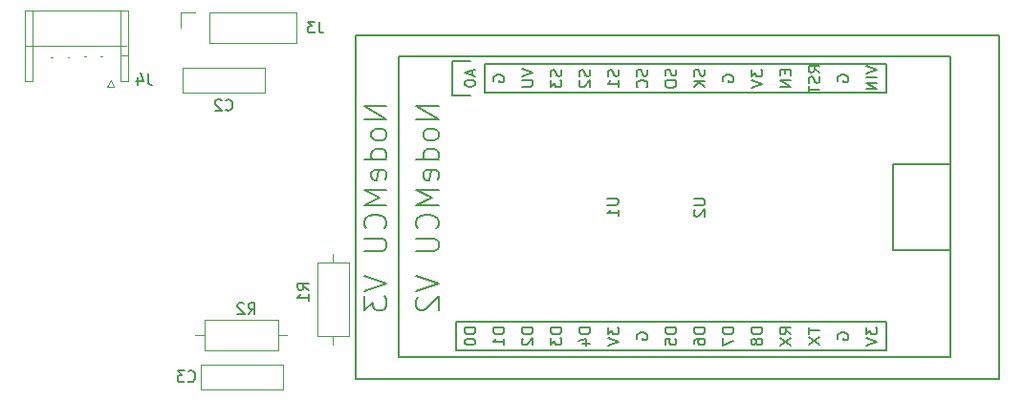
<source format=gbr>
G04 #@! TF.GenerationSoftware,KiCad,Pcbnew,(5.1.4)-1*
G04 #@! TF.CreationDate,2019-11-19T17:41:37+01:00*
G04 #@! TF.ProjectId,DNMS,444e4d53-2e6b-4696-9361-645f70636258,0.9.0*
G04 #@! TF.SameCoordinates,Original*
G04 #@! TF.FileFunction,Legend,Bot*
G04 #@! TF.FilePolarity,Positive*
%FSLAX46Y46*%
G04 Gerber Fmt 4.6, Leading zero omitted, Abs format (unit mm)*
G04 Created by KiCad (PCBNEW (5.1.4)-1) date 2019-11-19 17:41:37*
%MOMM*%
%LPD*%
G04 APERTURE LIST*
%ADD10C,0.120000*%
%ADD11C,0.150000*%
G04 APERTURE END LIST*
D10*
X116976880Y-63090480D02*
X117276880Y-62490480D01*
X117576880Y-63090480D02*
X116976880Y-63090480D01*
X117276880Y-62490480D02*
X117576880Y-63090480D01*
X112126880Y-60450480D02*
X111966880Y-60450480D01*
X109776880Y-59400480D02*
X110096880Y-59400480D01*
X113616880Y-60430480D02*
X113456880Y-60430480D01*
X111956880Y-59400480D02*
X112276880Y-59400480D01*
X112276880Y-59400480D02*
X112596880Y-59400480D01*
X115096880Y-60410480D02*
X114936880Y-60410480D01*
X114456880Y-59400480D02*
X114776880Y-59400480D01*
X114776880Y-59400480D02*
X115096880Y-59400480D01*
X116576880Y-60410480D02*
X116396880Y-60410480D01*
X116956880Y-59400480D02*
X117276880Y-59400480D01*
X117276880Y-59400480D02*
X117596880Y-59400480D01*
X118666880Y-59400480D02*
X109716880Y-59400480D01*
X110366880Y-56300480D02*
X110376880Y-60370480D01*
X118166880Y-60320480D02*
X118806880Y-60320480D01*
X118136880Y-56320480D02*
X118136880Y-60390480D01*
X110376880Y-62530480D02*
X110376880Y-60330480D01*
X109726880Y-62570480D02*
X110376880Y-62570480D01*
X109716880Y-56300480D02*
X109706880Y-62570480D01*
X118836880Y-56300480D02*
X109716880Y-56300480D01*
X118826880Y-62590480D02*
X118826880Y-56300480D01*
X118116880Y-62600480D02*
X118826880Y-62600480D01*
X118116880Y-60350480D02*
X118116880Y-62550480D01*
X132518020Y-89943800D02*
X132518020Y-87703800D01*
X125278020Y-89943800D02*
X125278020Y-87703800D01*
X125278020Y-87703800D02*
X132518020Y-87703800D01*
X125278020Y-89943800D02*
X132518020Y-89943800D01*
X130925440Y-63596380D02*
X130925440Y-61356380D01*
X123685440Y-63596380D02*
X123685440Y-61356380D01*
X123685440Y-61356380D02*
X130925440Y-61356380D01*
X123685440Y-63596380D02*
X130925440Y-63596380D01*
D11*
X195963720Y-89003980D02*
X138963720Y-89003980D01*
X195963720Y-58503980D02*
X195963720Y-89003980D01*
X138963720Y-58503980D02*
X195963720Y-58503980D01*
X138963720Y-59003980D02*
X138963720Y-58503980D01*
X138963720Y-89003980D02*
X138963720Y-59003980D01*
X185938160Y-86433660D02*
X147838160Y-86433660D01*
X147838160Y-86433660D02*
X147838160Y-83893660D01*
X147838160Y-83893660D02*
X185938160Y-83893660D01*
X185938160Y-83893660D02*
X185938160Y-86433660D01*
X147558160Y-60753660D02*
X147558160Y-63853660D01*
X149108160Y-60753660D02*
X147558160Y-60753660D01*
X150378160Y-63573660D02*
X150378160Y-61033660D01*
X147558160Y-63853660D02*
X149108160Y-63853660D01*
X185938160Y-63573660D02*
X150378160Y-63573660D01*
X185938160Y-61033660D02*
X185938160Y-63573660D01*
X150378160Y-61033660D02*
X185938160Y-61033660D01*
X142758160Y-60398660D02*
X142758160Y-87068660D01*
X142758160Y-87068660D02*
X191653160Y-87068660D01*
X191653160Y-87068660D02*
X191653160Y-60398660D01*
X191653160Y-60398660D02*
X142758160Y-60398660D01*
X191653160Y-69923660D02*
X186573160Y-69923660D01*
X186573160Y-69923660D02*
X186573160Y-77543660D01*
X186573160Y-77543660D02*
X191653160Y-77543660D01*
D10*
X132878960Y-85107780D02*
X132108960Y-85107780D01*
X124798960Y-85107780D02*
X125568960Y-85107780D01*
X132108960Y-86477780D02*
X125568960Y-86477780D01*
X132108960Y-83737780D02*
X132108960Y-86477780D01*
X125568960Y-83737780D02*
X132108960Y-83737780D01*
X125568960Y-86477780D02*
X125568960Y-83737780D01*
X136982200Y-77875000D02*
X136982200Y-78645000D01*
X136982200Y-85955000D02*
X136982200Y-85185000D01*
X138352200Y-78645000D02*
X138352200Y-85185000D01*
X135612200Y-78645000D02*
X138352200Y-78645000D01*
X135612200Y-85185000D02*
X135612200Y-78645000D01*
X138352200Y-85185000D02*
X135612200Y-85185000D01*
X123460200Y-56490560D02*
X123460200Y-57820560D01*
X124790200Y-56490560D02*
X123460200Y-56490560D01*
X126060200Y-56490560D02*
X126060200Y-59150560D01*
X126060200Y-59150560D02*
X133740200Y-59150560D01*
X126060200Y-56490560D02*
X133740200Y-56490560D01*
X133740200Y-56490560D02*
X133740200Y-59150560D01*
D11*
X120592173Y-61872880D02*
X120592173Y-62587166D01*
X120639792Y-62730023D01*
X120735030Y-62825261D01*
X120877887Y-62872880D01*
X120973125Y-62872880D01*
X119687411Y-62206214D02*
X119687411Y-62872880D01*
X119925506Y-61825261D02*
X120163601Y-62539547D01*
X119544554Y-62539547D01*
X124151686Y-89153002D02*
X124199305Y-89200621D01*
X124342162Y-89248240D01*
X124437400Y-89248240D01*
X124580258Y-89200621D01*
X124675496Y-89105383D01*
X124723115Y-89010145D01*
X124770734Y-88819669D01*
X124770734Y-88676812D01*
X124723115Y-88486336D01*
X124675496Y-88391098D01*
X124580258Y-88295860D01*
X124437400Y-88248240D01*
X124342162Y-88248240D01*
X124199305Y-88295860D01*
X124151686Y-88343479D01*
X123818353Y-88248240D02*
X123199305Y-88248240D01*
X123532639Y-88629193D01*
X123389781Y-88629193D01*
X123294543Y-88676812D01*
X123246924Y-88724431D01*
X123199305Y-88819669D01*
X123199305Y-89057764D01*
X123246924Y-89153002D01*
X123294543Y-89200621D01*
X123389781Y-89248240D01*
X123675496Y-89248240D01*
X123770734Y-89200621D01*
X123818353Y-89153002D01*
X127472106Y-65083522D02*
X127519725Y-65131141D01*
X127662582Y-65178760D01*
X127757820Y-65178760D01*
X127900678Y-65131141D01*
X127995916Y-65035903D01*
X128043535Y-64940665D01*
X128091154Y-64750189D01*
X128091154Y-64607332D01*
X128043535Y-64416856D01*
X127995916Y-64321618D01*
X127900678Y-64226380D01*
X127757820Y-64178760D01*
X127662582Y-64178760D01*
X127519725Y-64226380D01*
X127472106Y-64273999D01*
X127091154Y-64273999D02*
X127043535Y-64226380D01*
X126948297Y-64178760D01*
X126710201Y-64178760D01*
X126614963Y-64226380D01*
X126567344Y-64273999D01*
X126519725Y-64369237D01*
X126519725Y-64464475D01*
X126567344Y-64607332D01*
X127138773Y-65178760D01*
X126519725Y-65178760D01*
X168916100Y-72992075D02*
X169725624Y-72992075D01*
X169820862Y-73039694D01*
X169868481Y-73087313D01*
X169916100Y-73182551D01*
X169916100Y-73373027D01*
X169868481Y-73468265D01*
X169820862Y-73515884D01*
X169725624Y-73563503D01*
X168916100Y-73563503D01*
X169011339Y-73992075D02*
X168963720Y-74039694D01*
X168916100Y-74134932D01*
X168916100Y-74373027D01*
X168963720Y-74468265D01*
X169011339Y-74515884D01*
X169106577Y-74563503D01*
X169201815Y-74563503D01*
X169344672Y-74515884D01*
X169916100Y-73944456D01*
X169916100Y-74563503D01*
X141707121Y-64789540D02*
X139707121Y-64789540D01*
X141707121Y-65932397D01*
X139707121Y-65932397D01*
X141707121Y-67170492D02*
X141611883Y-66980016D01*
X141516645Y-66884778D01*
X141326169Y-66789540D01*
X140754740Y-66789540D01*
X140564264Y-66884778D01*
X140469026Y-66980016D01*
X140373788Y-67170492D01*
X140373788Y-67456206D01*
X140469026Y-67646682D01*
X140564264Y-67741920D01*
X140754740Y-67837159D01*
X141326169Y-67837159D01*
X141516645Y-67741920D01*
X141611883Y-67646682D01*
X141707121Y-67456206D01*
X141707121Y-67170492D01*
X141707121Y-69551444D02*
X139707121Y-69551444D01*
X141611883Y-69551444D02*
X141707121Y-69360968D01*
X141707121Y-68980016D01*
X141611883Y-68789540D01*
X141516645Y-68694301D01*
X141326169Y-68599063D01*
X140754740Y-68599063D01*
X140564264Y-68694301D01*
X140469026Y-68789540D01*
X140373788Y-68980016D01*
X140373788Y-69360968D01*
X140469026Y-69551444D01*
X141611883Y-71265730D02*
X141707121Y-71075254D01*
X141707121Y-70694301D01*
X141611883Y-70503825D01*
X141421407Y-70408587D01*
X140659502Y-70408587D01*
X140469026Y-70503825D01*
X140373788Y-70694301D01*
X140373788Y-71075254D01*
X140469026Y-71265730D01*
X140659502Y-71360968D01*
X140849979Y-71360968D01*
X141040455Y-70408587D01*
X141707121Y-72218111D02*
X139707121Y-72218111D01*
X141135693Y-72884778D01*
X139707121Y-73551444D01*
X141707121Y-73551444D01*
X141516645Y-75646682D02*
X141611883Y-75551444D01*
X141707121Y-75265730D01*
X141707121Y-75075254D01*
X141611883Y-74789540D01*
X141421407Y-74599063D01*
X141230931Y-74503825D01*
X140849979Y-74408587D01*
X140564264Y-74408587D01*
X140183312Y-74503825D01*
X139992836Y-74599063D01*
X139802360Y-74789540D01*
X139707121Y-75075254D01*
X139707121Y-75265730D01*
X139802360Y-75551444D01*
X139897598Y-75646682D01*
X139707121Y-76503825D02*
X141326169Y-76503825D01*
X141516645Y-76599063D01*
X141611883Y-76694301D01*
X141707121Y-76884778D01*
X141707121Y-77265730D01*
X141611883Y-77456206D01*
X141516645Y-77551444D01*
X141326169Y-77646682D01*
X139707121Y-77646682D01*
X139707121Y-79837159D02*
X141707121Y-80503825D01*
X139707121Y-81170492D01*
X139707121Y-81646682D02*
X139707121Y-82884778D01*
X140469026Y-82218111D01*
X140469026Y-82503825D01*
X140564264Y-82694301D01*
X140659502Y-82789540D01*
X140849979Y-82884778D01*
X141326169Y-82884778D01*
X141516645Y-82789540D01*
X141611883Y-82694301D01*
X141707121Y-82503825D01*
X141707121Y-81932397D01*
X141611883Y-81741920D01*
X141516645Y-81646682D01*
X149596100Y-84445884D02*
X148596100Y-84445884D01*
X148596100Y-84683980D01*
X148643720Y-84826837D01*
X148738958Y-84922075D01*
X148834196Y-84969694D01*
X149024672Y-85017313D01*
X149167529Y-85017313D01*
X149358005Y-84969694D01*
X149453243Y-84922075D01*
X149548481Y-84826837D01*
X149596100Y-84683980D01*
X149596100Y-84445884D01*
X148596100Y-85636360D02*
X148596100Y-85731599D01*
X148643720Y-85826837D01*
X148691339Y-85874456D01*
X148786577Y-85922075D01*
X148977053Y-85969694D01*
X149215148Y-85969694D01*
X149405624Y-85922075D01*
X149500862Y-85874456D01*
X149548481Y-85826837D01*
X149596100Y-85731599D01*
X149596100Y-85636360D01*
X149548481Y-85541122D01*
X149500862Y-85493503D01*
X149405624Y-85445884D01*
X149215148Y-85398265D01*
X148977053Y-85398265D01*
X148786577Y-85445884D01*
X148691339Y-85493503D01*
X148643720Y-85541122D01*
X148596100Y-85636360D01*
X152136100Y-84445884D02*
X151136100Y-84445884D01*
X151136100Y-84683980D01*
X151183720Y-84826837D01*
X151278958Y-84922075D01*
X151374196Y-84969694D01*
X151564672Y-85017313D01*
X151707529Y-85017313D01*
X151898005Y-84969694D01*
X151993243Y-84922075D01*
X152088481Y-84826837D01*
X152136100Y-84683980D01*
X152136100Y-84445884D01*
X152136100Y-85969694D02*
X152136100Y-85398265D01*
X152136100Y-85683980D02*
X151136100Y-85683980D01*
X151278958Y-85588741D01*
X151374196Y-85493503D01*
X151421815Y-85398265D01*
X154676100Y-84445884D02*
X153676100Y-84445884D01*
X153676100Y-84683980D01*
X153723720Y-84826837D01*
X153818958Y-84922075D01*
X153914196Y-84969694D01*
X154104672Y-85017313D01*
X154247529Y-85017313D01*
X154438005Y-84969694D01*
X154533243Y-84922075D01*
X154628481Y-84826837D01*
X154676100Y-84683980D01*
X154676100Y-84445884D01*
X153771339Y-85398265D02*
X153723720Y-85445884D01*
X153676100Y-85541122D01*
X153676100Y-85779218D01*
X153723720Y-85874456D01*
X153771339Y-85922075D01*
X153866577Y-85969694D01*
X153961815Y-85969694D01*
X154104672Y-85922075D01*
X154676100Y-85350646D01*
X154676100Y-85969694D01*
X157216100Y-84445884D02*
X156216100Y-84445884D01*
X156216100Y-84683980D01*
X156263720Y-84826837D01*
X156358958Y-84922075D01*
X156454196Y-84969694D01*
X156644672Y-85017313D01*
X156787529Y-85017313D01*
X156978005Y-84969694D01*
X157073243Y-84922075D01*
X157168481Y-84826837D01*
X157216100Y-84683980D01*
X157216100Y-84445884D01*
X156216100Y-85350646D02*
X156216100Y-85969694D01*
X156597053Y-85636360D01*
X156597053Y-85779218D01*
X156644672Y-85874456D01*
X156692291Y-85922075D01*
X156787529Y-85969694D01*
X157025624Y-85969694D01*
X157120862Y-85922075D01*
X157168481Y-85874456D01*
X157216100Y-85779218D01*
X157216100Y-85493503D01*
X157168481Y-85398265D01*
X157120862Y-85350646D01*
X159756100Y-84445884D02*
X158756100Y-84445884D01*
X158756100Y-84683980D01*
X158803720Y-84826837D01*
X158898958Y-84922075D01*
X158994196Y-84969694D01*
X159184672Y-85017313D01*
X159327529Y-85017313D01*
X159518005Y-84969694D01*
X159613243Y-84922075D01*
X159708481Y-84826837D01*
X159756100Y-84683980D01*
X159756100Y-84445884D01*
X159089434Y-85874456D02*
X159756100Y-85874456D01*
X158708481Y-85636360D02*
X159422767Y-85398265D01*
X159422767Y-86017313D01*
X161296100Y-84422075D02*
X161296100Y-85041122D01*
X161677053Y-84707789D01*
X161677053Y-84850646D01*
X161724672Y-84945884D01*
X161772291Y-84993503D01*
X161867529Y-85041122D01*
X162105624Y-85041122D01*
X162200862Y-84993503D01*
X162248481Y-84945884D01*
X162296100Y-84850646D01*
X162296100Y-84564932D01*
X162248481Y-84469694D01*
X162200862Y-84422075D01*
X161296100Y-85326837D02*
X162296100Y-85660170D01*
X161296100Y-85993503D01*
X163883720Y-85445884D02*
X163836100Y-85350646D01*
X163836100Y-85207789D01*
X163883720Y-85064932D01*
X163978958Y-84969694D01*
X164074196Y-84922075D01*
X164264672Y-84874456D01*
X164407529Y-84874456D01*
X164598005Y-84922075D01*
X164693243Y-84969694D01*
X164788481Y-85064932D01*
X164836100Y-85207789D01*
X164836100Y-85303027D01*
X164788481Y-85445884D01*
X164740862Y-85493503D01*
X164407529Y-85493503D01*
X164407529Y-85303027D01*
X167376100Y-84445884D02*
X166376100Y-84445884D01*
X166376100Y-84683980D01*
X166423720Y-84826837D01*
X166518958Y-84922075D01*
X166614196Y-84969694D01*
X166804672Y-85017313D01*
X166947529Y-85017313D01*
X167138005Y-84969694D01*
X167233243Y-84922075D01*
X167328481Y-84826837D01*
X167376100Y-84683980D01*
X167376100Y-84445884D01*
X166376100Y-85922075D02*
X166376100Y-85445884D01*
X166852291Y-85398265D01*
X166804672Y-85445884D01*
X166757053Y-85541122D01*
X166757053Y-85779218D01*
X166804672Y-85874456D01*
X166852291Y-85922075D01*
X166947529Y-85969694D01*
X167185624Y-85969694D01*
X167280862Y-85922075D01*
X167328481Y-85874456D01*
X167376100Y-85779218D01*
X167376100Y-85541122D01*
X167328481Y-85445884D01*
X167280862Y-85398265D01*
X169916100Y-84445884D02*
X168916100Y-84445884D01*
X168916100Y-84683980D01*
X168963720Y-84826837D01*
X169058958Y-84922075D01*
X169154196Y-84969694D01*
X169344672Y-85017313D01*
X169487529Y-85017313D01*
X169678005Y-84969694D01*
X169773243Y-84922075D01*
X169868481Y-84826837D01*
X169916100Y-84683980D01*
X169916100Y-84445884D01*
X168916100Y-85874456D02*
X168916100Y-85683980D01*
X168963720Y-85588741D01*
X169011339Y-85541122D01*
X169154196Y-85445884D01*
X169344672Y-85398265D01*
X169725624Y-85398265D01*
X169820862Y-85445884D01*
X169868481Y-85493503D01*
X169916100Y-85588741D01*
X169916100Y-85779218D01*
X169868481Y-85874456D01*
X169820862Y-85922075D01*
X169725624Y-85969694D01*
X169487529Y-85969694D01*
X169392291Y-85922075D01*
X169344672Y-85874456D01*
X169297053Y-85779218D01*
X169297053Y-85588741D01*
X169344672Y-85493503D01*
X169392291Y-85445884D01*
X169487529Y-85398265D01*
X172456100Y-84445884D02*
X171456100Y-84445884D01*
X171456100Y-84683980D01*
X171503720Y-84826837D01*
X171598958Y-84922075D01*
X171694196Y-84969694D01*
X171884672Y-85017313D01*
X172027529Y-85017313D01*
X172218005Y-84969694D01*
X172313243Y-84922075D01*
X172408481Y-84826837D01*
X172456100Y-84683980D01*
X172456100Y-84445884D01*
X171456100Y-85350646D02*
X171456100Y-86017313D01*
X172456100Y-85588741D01*
X174996100Y-84445884D02*
X173996100Y-84445884D01*
X173996100Y-84683980D01*
X174043720Y-84826837D01*
X174138958Y-84922075D01*
X174234196Y-84969694D01*
X174424672Y-85017313D01*
X174567529Y-85017313D01*
X174758005Y-84969694D01*
X174853243Y-84922075D01*
X174948481Y-84826837D01*
X174996100Y-84683980D01*
X174996100Y-84445884D01*
X174424672Y-85588741D02*
X174377053Y-85493503D01*
X174329434Y-85445884D01*
X174234196Y-85398265D01*
X174186577Y-85398265D01*
X174091339Y-85445884D01*
X174043720Y-85493503D01*
X173996100Y-85588741D01*
X173996100Y-85779218D01*
X174043720Y-85874456D01*
X174091339Y-85922075D01*
X174186577Y-85969694D01*
X174234196Y-85969694D01*
X174329434Y-85922075D01*
X174377053Y-85874456D01*
X174424672Y-85779218D01*
X174424672Y-85588741D01*
X174472291Y-85493503D01*
X174519910Y-85445884D01*
X174615148Y-85398265D01*
X174805624Y-85398265D01*
X174900862Y-85445884D01*
X174948481Y-85493503D01*
X174996100Y-85588741D01*
X174996100Y-85779218D01*
X174948481Y-85874456D01*
X174900862Y-85922075D01*
X174805624Y-85969694D01*
X174615148Y-85969694D01*
X174519910Y-85922075D01*
X174472291Y-85874456D01*
X174424672Y-85779218D01*
X177536100Y-85017313D02*
X177059910Y-84683980D01*
X177536100Y-84445884D02*
X176536100Y-84445884D01*
X176536100Y-84826837D01*
X176583720Y-84922075D01*
X176631339Y-84969694D01*
X176726577Y-85017313D01*
X176869434Y-85017313D01*
X176964672Y-84969694D01*
X177012291Y-84922075D01*
X177059910Y-84826837D01*
X177059910Y-84445884D01*
X176536100Y-85350646D02*
X177536100Y-86017313D01*
X176536100Y-86017313D02*
X177536100Y-85350646D01*
X179076100Y-84422075D02*
X179076100Y-84993503D01*
X180076100Y-84707789D02*
X179076100Y-84707789D01*
X179076100Y-85231599D02*
X180076100Y-85898265D01*
X179076100Y-85898265D02*
X180076100Y-85231599D01*
X181663720Y-85445884D02*
X181616100Y-85350646D01*
X181616100Y-85207789D01*
X181663720Y-85064932D01*
X181758958Y-84969694D01*
X181854196Y-84922075D01*
X182044672Y-84874456D01*
X182187529Y-84874456D01*
X182378005Y-84922075D01*
X182473243Y-84969694D01*
X182568481Y-85064932D01*
X182616100Y-85207789D01*
X182616100Y-85303027D01*
X182568481Y-85445884D01*
X182520862Y-85493503D01*
X182187529Y-85493503D01*
X182187529Y-85303027D01*
X184156100Y-84422075D02*
X184156100Y-85041122D01*
X184537053Y-84707789D01*
X184537053Y-84850646D01*
X184584672Y-84945884D01*
X184632291Y-84993503D01*
X184727529Y-85041122D01*
X184965624Y-85041122D01*
X185060862Y-84993503D01*
X185108481Y-84945884D01*
X185156100Y-84850646D01*
X185156100Y-84564932D01*
X185108481Y-84469694D01*
X185060862Y-84422075D01*
X184156100Y-85326837D02*
X185156100Y-85660170D01*
X184156100Y-85993503D01*
X149310386Y-61609694D02*
X149310386Y-62085884D01*
X149596100Y-61514456D02*
X148596100Y-61847789D01*
X149596100Y-62181122D01*
X148596100Y-62704932D02*
X148596100Y-62800170D01*
X148643720Y-62895408D01*
X148691339Y-62943027D01*
X148786577Y-62990646D01*
X148977053Y-63038265D01*
X149215148Y-63038265D01*
X149405624Y-62990646D01*
X149500862Y-62943027D01*
X149548481Y-62895408D01*
X149596100Y-62800170D01*
X149596100Y-62704932D01*
X149548481Y-62609694D01*
X149500862Y-62562075D01*
X149405624Y-62514456D01*
X149215148Y-62466837D01*
X148977053Y-62466837D01*
X148786577Y-62514456D01*
X148691339Y-62562075D01*
X148643720Y-62609694D01*
X148596100Y-62704932D01*
X151183720Y-62585884D02*
X151136100Y-62490646D01*
X151136100Y-62347789D01*
X151183720Y-62204932D01*
X151278958Y-62109694D01*
X151374196Y-62062075D01*
X151564672Y-62014456D01*
X151707529Y-62014456D01*
X151898005Y-62062075D01*
X151993243Y-62109694D01*
X152088481Y-62204932D01*
X152136100Y-62347789D01*
X152136100Y-62443027D01*
X152088481Y-62585884D01*
X152040862Y-62633503D01*
X151707529Y-62633503D01*
X151707529Y-62443027D01*
X153676100Y-61466837D02*
X154676100Y-61800170D01*
X153676100Y-62133503D01*
X153676100Y-62466837D02*
X154485624Y-62466837D01*
X154580862Y-62514456D01*
X154628481Y-62562075D01*
X154676100Y-62657313D01*
X154676100Y-62847789D01*
X154628481Y-62943027D01*
X154580862Y-62990646D01*
X154485624Y-63038265D01*
X153676100Y-63038265D01*
X157168481Y-61562075D02*
X157216100Y-61704932D01*
X157216100Y-61943027D01*
X157168481Y-62038265D01*
X157120862Y-62085884D01*
X157025624Y-62133503D01*
X156930386Y-62133503D01*
X156835148Y-62085884D01*
X156787529Y-62038265D01*
X156739910Y-61943027D01*
X156692291Y-61752551D01*
X156644672Y-61657313D01*
X156597053Y-61609694D01*
X156501815Y-61562075D01*
X156406577Y-61562075D01*
X156311339Y-61609694D01*
X156263720Y-61657313D01*
X156216100Y-61752551D01*
X156216100Y-61990646D01*
X156263720Y-62133503D01*
X156216100Y-62466837D02*
X156216100Y-63085884D01*
X156597053Y-62752551D01*
X156597053Y-62895408D01*
X156644672Y-62990646D01*
X156692291Y-63038265D01*
X156787529Y-63085884D01*
X157025624Y-63085884D01*
X157120862Y-63038265D01*
X157168481Y-62990646D01*
X157216100Y-62895408D01*
X157216100Y-62609694D01*
X157168481Y-62514456D01*
X157120862Y-62466837D01*
X159708481Y-61562075D02*
X159756100Y-61704932D01*
X159756100Y-61943027D01*
X159708481Y-62038265D01*
X159660862Y-62085884D01*
X159565624Y-62133503D01*
X159470386Y-62133503D01*
X159375148Y-62085884D01*
X159327529Y-62038265D01*
X159279910Y-61943027D01*
X159232291Y-61752551D01*
X159184672Y-61657313D01*
X159137053Y-61609694D01*
X159041815Y-61562075D01*
X158946577Y-61562075D01*
X158851339Y-61609694D01*
X158803720Y-61657313D01*
X158756100Y-61752551D01*
X158756100Y-61990646D01*
X158803720Y-62133503D01*
X158851339Y-62514456D02*
X158803720Y-62562075D01*
X158756100Y-62657313D01*
X158756100Y-62895408D01*
X158803720Y-62990646D01*
X158851339Y-63038265D01*
X158946577Y-63085884D01*
X159041815Y-63085884D01*
X159184672Y-63038265D01*
X159756100Y-62466837D01*
X159756100Y-63085884D01*
X162248481Y-61562075D02*
X162296100Y-61704932D01*
X162296100Y-61943027D01*
X162248481Y-62038265D01*
X162200862Y-62085884D01*
X162105624Y-62133503D01*
X162010386Y-62133503D01*
X161915148Y-62085884D01*
X161867529Y-62038265D01*
X161819910Y-61943027D01*
X161772291Y-61752551D01*
X161724672Y-61657313D01*
X161677053Y-61609694D01*
X161581815Y-61562075D01*
X161486577Y-61562075D01*
X161391339Y-61609694D01*
X161343720Y-61657313D01*
X161296100Y-61752551D01*
X161296100Y-61990646D01*
X161343720Y-62133503D01*
X162296100Y-63085884D02*
X162296100Y-62514456D01*
X162296100Y-62800170D02*
X161296100Y-62800170D01*
X161438958Y-62704932D01*
X161534196Y-62609694D01*
X161581815Y-62514456D01*
X164788481Y-61538265D02*
X164836100Y-61681122D01*
X164836100Y-61919218D01*
X164788481Y-62014456D01*
X164740862Y-62062075D01*
X164645624Y-62109694D01*
X164550386Y-62109694D01*
X164455148Y-62062075D01*
X164407529Y-62014456D01*
X164359910Y-61919218D01*
X164312291Y-61728741D01*
X164264672Y-61633503D01*
X164217053Y-61585884D01*
X164121815Y-61538265D01*
X164026577Y-61538265D01*
X163931339Y-61585884D01*
X163883720Y-61633503D01*
X163836100Y-61728741D01*
X163836100Y-61966837D01*
X163883720Y-62109694D01*
X164740862Y-63109694D02*
X164788481Y-63062075D01*
X164836100Y-62919218D01*
X164836100Y-62823980D01*
X164788481Y-62681122D01*
X164693243Y-62585884D01*
X164598005Y-62538265D01*
X164407529Y-62490646D01*
X164264672Y-62490646D01*
X164074196Y-62538265D01*
X163978958Y-62585884D01*
X163883720Y-62681122D01*
X163836100Y-62823980D01*
X163836100Y-62919218D01*
X163883720Y-63062075D01*
X163931339Y-63109694D01*
X167328481Y-61514456D02*
X167376100Y-61657313D01*
X167376100Y-61895408D01*
X167328481Y-61990646D01*
X167280862Y-62038265D01*
X167185624Y-62085884D01*
X167090386Y-62085884D01*
X166995148Y-62038265D01*
X166947529Y-61990646D01*
X166899910Y-61895408D01*
X166852291Y-61704932D01*
X166804672Y-61609694D01*
X166757053Y-61562075D01*
X166661815Y-61514456D01*
X166566577Y-61514456D01*
X166471339Y-61562075D01*
X166423720Y-61609694D01*
X166376100Y-61704932D01*
X166376100Y-61943027D01*
X166423720Y-62085884D01*
X166376100Y-62704932D02*
X166376100Y-62895408D01*
X166423720Y-62990646D01*
X166518958Y-63085884D01*
X166709434Y-63133503D01*
X167042767Y-63133503D01*
X167233243Y-63085884D01*
X167328481Y-62990646D01*
X167376100Y-62895408D01*
X167376100Y-62704932D01*
X167328481Y-62609694D01*
X167233243Y-62514456D01*
X167042767Y-62466837D01*
X166709434Y-62466837D01*
X166518958Y-62514456D01*
X166423720Y-62609694D01*
X166376100Y-62704932D01*
X169868481Y-61538265D02*
X169916100Y-61681122D01*
X169916100Y-61919218D01*
X169868481Y-62014456D01*
X169820862Y-62062075D01*
X169725624Y-62109694D01*
X169630386Y-62109694D01*
X169535148Y-62062075D01*
X169487529Y-62014456D01*
X169439910Y-61919218D01*
X169392291Y-61728741D01*
X169344672Y-61633503D01*
X169297053Y-61585884D01*
X169201815Y-61538265D01*
X169106577Y-61538265D01*
X169011339Y-61585884D01*
X168963720Y-61633503D01*
X168916100Y-61728741D01*
X168916100Y-61966837D01*
X168963720Y-62109694D01*
X169916100Y-62538265D02*
X168916100Y-62538265D01*
X169916100Y-63109694D02*
X169344672Y-62681122D01*
X168916100Y-63109694D02*
X169487529Y-62538265D01*
X171503720Y-62585884D02*
X171456100Y-62490646D01*
X171456100Y-62347789D01*
X171503720Y-62204932D01*
X171598958Y-62109694D01*
X171694196Y-62062075D01*
X171884672Y-62014456D01*
X172027529Y-62014456D01*
X172218005Y-62062075D01*
X172313243Y-62109694D01*
X172408481Y-62204932D01*
X172456100Y-62347789D01*
X172456100Y-62443027D01*
X172408481Y-62585884D01*
X172360862Y-62633503D01*
X172027529Y-62633503D01*
X172027529Y-62443027D01*
X173996100Y-61562075D02*
X173996100Y-62181122D01*
X174377053Y-61847789D01*
X174377053Y-61990646D01*
X174424672Y-62085884D01*
X174472291Y-62133503D01*
X174567529Y-62181122D01*
X174805624Y-62181122D01*
X174900862Y-62133503D01*
X174948481Y-62085884D01*
X174996100Y-61990646D01*
X174996100Y-61704932D01*
X174948481Y-61609694D01*
X174900862Y-61562075D01*
X173996100Y-62466837D02*
X174996100Y-62800170D01*
X173996100Y-63133503D01*
X177012291Y-61585884D02*
X177012291Y-61919218D01*
X177536100Y-62062075D02*
X177536100Y-61585884D01*
X176536100Y-61585884D01*
X176536100Y-62062075D01*
X177536100Y-62490646D02*
X176536100Y-62490646D01*
X177536100Y-63062075D01*
X176536100Y-63062075D01*
X180076100Y-61776360D02*
X179599910Y-61443027D01*
X180076100Y-61204932D02*
X179076100Y-61204932D01*
X179076100Y-61585884D01*
X179123720Y-61681122D01*
X179171339Y-61728741D01*
X179266577Y-61776360D01*
X179409434Y-61776360D01*
X179504672Y-61728741D01*
X179552291Y-61681122D01*
X179599910Y-61585884D01*
X179599910Y-61204932D01*
X180028481Y-62157313D02*
X180076100Y-62300170D01*
X180076100Y-62538265D01*
X180028481Y-62633503D01*
X179980862Y-62681122D01*
X179885624Y-62728741D01*
X179790386Y-62728741D01*
X179695148Y-62681122D01*
X179647529Y-62633503D01*
X179599910Y-62538265D01*
X179552291Y-62347789D01*
X179504672Y-62252551D01*
X179457053Y-62204932D01*
X179361815Y-62157313D01*
X179266577Y-62157313D01*
X179171339Y-62204932D01*
X179123720Y-62252551D01*
X179076100Y-62347789D01*
X179076100Y-62585884D01*
X179123720Y-62728741D01*
X179076100Y-63014456D02*
X179076100Y-63585884D01*
X180076100Y-63300170D02*
X179076100Y-63300170D01*
X181663720Y-62585884D02*
X181616100Y-62490646D01*
X181616100Y-62347789D01*
X181663720Y-62204932D01*
X181758958Y-62109694D01*
X181854196Y-62062075D01*
X182044672Y-62014456D01*
X182187529Y-62014456D01*
X182378005Y-62062075D01*
X182473243Y-62109694D01*
X182568481Y-62204932D01*
X182616100Y-62347789D01*
X182616100Y-62443027D01*
X182568481Y-62585884D01*
X182520862Y-62633503D01*
X182187529Y-62633503D01*
X182187529Y-62443027D01*
X184156100Y-61228741D02*
X185156100Y-61562075D01*
X184156100Y-61895408D01*
X185156100Y-62228741D02*
X184156100Y-62228741D01*
X185156100Y-62704932D02*
X184156100Y-62704932D01*
X185156100Y-63276360D01*
X184156100Y-63276360D01*
X161240540Y-72971755D02*
X162050064Y-72971755D01*
X162145302Y-73019374D01*
X162192921Y-73066993D01*
X162240540Y-73162231D01*
X162240540Y-73352707D01*
X162192921Y-73447945D01*
X162145302Y-73495564D01*
X162050064Y-73543183D01*
X161240540Y-73543183D01*
X162240540Y-74543183D02*
X162240540Y-73971755D01*
X162240540Y-74257469D02*
X161240540Y-74257469D01*
X161383398Y-74162231D01*
X161478636Y-74066993D01*
X161526255Y-73971755D01*
X146322301Y-64789540D02*
X144322301Y-64789540D01*
X146322301Y-65932397D01*
X144322301Y-65932397D01*
X146322301Y-67170492D02*
X146227063Y-66980016D01*
X146131825Y-66884778D01*
X145941349Y-66789540D01*
X145369920Y-66789540D01*
X145179444Y-66884778D01*
X145084206Y-66980016D01*
X144988968Y-67170492D01*
X144988968Y-67456206D01*
X145084206Y-67646682D01*
X145179444Y-67741920D01*
X145369920Y-67837159D01*
X145941349Y-67837159D01*
X146131825Y-67741920D01*
X146227063Y-67646682D01*
X146322301Y-67456206D01*
X146322301Y-67170492D01*
X146322301Y-69551444D02*
X144322301Y-69551444D01*
X146227063Y-69551444D02*
X146322301Y-69360968D01*
X146322301Y-68980016D01*
X146227063Y-68789540D01*
X146131825Y-68694301D01*
X145941349Y-68599063D01*
X145369920Y-68599063D01*
X145179444Y-68694301D01*
X145084206Y-68789540D01*
X144988968Y-68980016D01*
X144988968Y-69360968D01*
X145084206Y-69551444D01*
X146227063Y-71265730D02*
X146322301Y-71075254D01*
X146322301Y-70694301D01*
X146227063Y-70503825D01*
X146036587Y-70408587D01*
X145274682Y-70408587D01*
X145084206Y-70503825D01*
X144988968Y-70694301D01*
X144988968Y-71075254D01*
X145084206Y-71265730D01*
X145274682Y-71360968D01*
X145465159Y-71360968D01*
X145655635Y-70408587D01*
X146322301Y-72218111D02*
X144322301Y-72218111D01*
X145750873Y-72884778D01*
X144322301Y-73551444D01*
X146322301Y-73551444D01*
X146131825Y-75646682D02*
X146227063Y-75551444D01*
X146322301Y-75265730D01*
X146322301Y-75075254D01*
X146227063Y-74789540D01*
X146036587Y-74599063D01*
X145846111Y-74503825D01*
X145465159Y-74408587D01*
X145179444Y-74408587D01*
X144798492Y-74503825D01*
X144608016Y-74599063D01*
X144417540Y-74789540D01*
X144322301Y-75075254D01*
X144322301Y-75265730D01*
X144417540Y-75551444D01*
X144512778Y-75646682D01*
X144322301Y-76503825D02*
X145941349Y-76503825D01*
X146131825Y-76599063D01*
X146227063Y-76694301D01*
X146322301Y-76884778D01*
X146322301Y-77265730D01*
X146227063Y-77456206D01*
X146131825Y-77551444D01*
X145941349Y-77646682D01*
X144322301Y-77646682D01*
X144322301Y-79837159D02*
X146322301Y-80503825D01*
X144322301Y-81170492D01*
X144512778Y-81741920D02*
X144417540Y-81837159D01*
X144322301Y-82027635D01*
X144322301Y-82503825D01*
X144417540Y-82694301D01*
X144512778Y-82789540D01*
X144703254Y-82884778D01*
X144893730Y-82884778D01*
X145179444Y-82789540D01*
X146322301Y-81646682D01*
X146322301Y-82884778D01*
X129462826Y-83243680D02*
X129796160Y-82767490D01*
X130034255Y-83243680D02*
X130034255Y-82243680D01*
X129653302Y-82243680D01*
X129558064Y-82291300D01*
X129510445Y-82338919D01*
X129462826Y-82434157D01*
X129462826Y-82577014D01*
X129510445Y-82672252D01*
X129558064Y-82719871D01*
X129653302Y-82767490D01*
X130034255Y-82767490D01*
X129081874Y-82338919D02*
X129034255Y-82291300D01*
X128939017Y-82243680D01*
X128700921Y-82243680D01*
X128605683Y-82291300D01*
X128558064Y-82338919D01*
X128510445Y-82434157D01*
X128510445Y-82529395D01*
X128558064Y-82672252D01*
X129129493Y-83243680D01*
X128510445Y-83243680D01*
X134818380Y-81087933D02*
X134342190Y-80754600D01*
X134818380Y-80516504D02*
X133818380Y-80516504D01*
X133818380Y-80897457D01*
X133866000Y-80992695D01*
X133913619Y-81040314D01*
X134008857Y-81087933D01*
X134151714Y-81087933D01*
X134246952Y-81040314D01*
X134294571Y-80992695D01*
X134342190Y-80897457D01*
X134342190Y-80516504D01*
X134818380Y-82040314D02*
X134818380Y-81468885D01*
X134818380Y-81754600D02*
X133818380Y-81754600D01*
X133961238Y-81659361D01*
X134056476Y-81564123D01*
X134104095Y-81468885D01*
X135733113Y-57280560D02*
X135733113Y-57994846D01*
X135780732Y-58137703D01*
X135875970Y-58232941D01*
X136018827Y-58280560D01*
X136114065Y-58280560D01*
X135352160Y-57280560D02*
X134733113Y-57280560D01*
X135066446Y-57661513D01*
X134923589Y-57661513D01*
X134828351Y-57709132D01*
X134780732Y-57756751D01*
X134733113Y-57851989D01*
X134733113Y-58090084D01*
X134780732Y-58185322D01*
X134828351Y-58232941D01*
X134923589Y-58280560D01*
X135209303Y-58280560D01*
X135304541Y-58232941D01*
X135352160Y-58185322D01*
M02*

</source>
